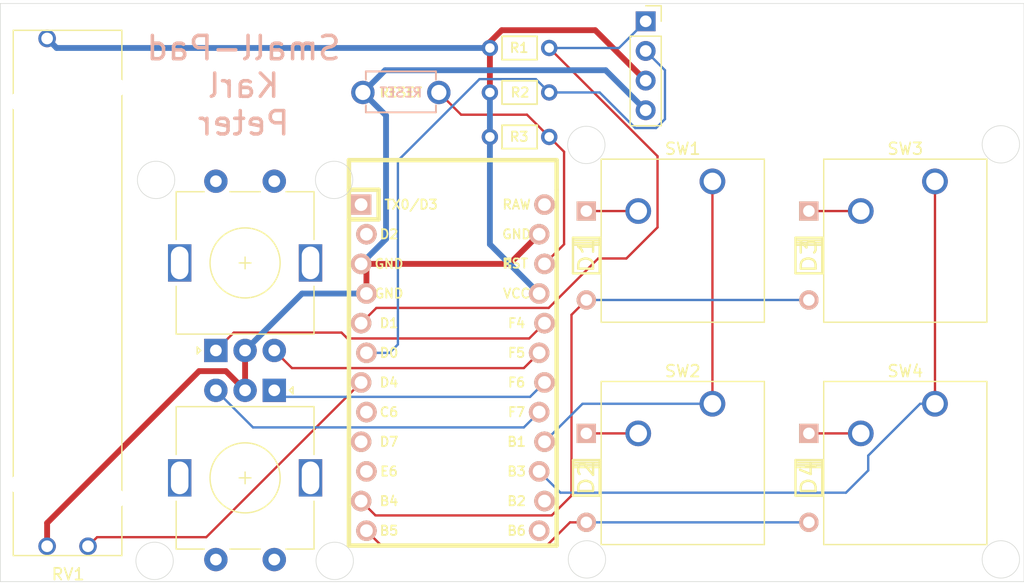
<source format=kicad_pcb>
(kicad_pcb (version 20221018) (generator pcbnew)
  (layers (0 "F.Cu" signal) (31 "B.Cu" signal) (34 "B.Paste" user) (35 "F.Paste" user) (36 "B.SilkS" user "B.Silkscreen") (37 "F.SilkS" user "F.Silkscreen") (38 "B.Mask" user) (39 "F.Mask" user) (44 "Edge.Cuts" user))
  (net 0 "")
  (net 1 "GND")
  (net 2 "Net-(U1-RST)")
  (net 3 "encC")
  (net 4 "encD")
  (net 5 "encE")
  (net 6 "encF")
  (net 7 "VCC")
  (net 8 "SDA")
  (net 9 "SCL")
  (net 10 "rowA")
  (net 11 "Net-(D1-A)")
  (net 12 "rowB")
  (net 13 "Net-(D2-A)")
  (net 14 "Net-(D3-A)")
  (net 15 "Net-(D4-A)")
  (net 16 "encA")
  (net 17 "col1")
  (net 18 "col0")
  (footprint "Library:TACT_SWITCH_TVBP06" (layer "F.Cu") (at 163.83 58.42)
    (fp_text reference "SW7" hide)
    (fp_text value "SW_Omron_B3FS" hide)
    (fp_text user "RESET" (at 0 0) (layer "B.SilkS") (effects (font (size 0.8 0.8)) (justify mirror)))
    (fp_text user "RESET" (at 0 0 -180) (layer "F.SilkS") (effects (font (size 0.8 0.8))))
    (fp_line (start -3 -1.8) (end -3 -1.1) (stroke (width 0.15)) (layer "B.SilkS"))
    (fp_line (start -3 -1.8) (end 2.9 -1.8) (stroke (width 0.15)) (layer "B.SilkS"))
    (fp_line (start -3 -1.8) (end 3 -1.8) (stroke (width 0.15)) (layer "B.SilkS"))
    (fp_line (start -3 1.7) (end -3 1.1) (stroke (width 0.15)) (layer "B.SilkS"))
    (fp_line (start 3 -1.8) (end 3 -1.1) (stroke (width 0.15)) (layer "B.SilkS"))
    (fp_line (start 3 1.7) (end -3 1.7) (stroke (width 0.15)) (layer "B.SilkS"))
    (fp_line (start 3 1.7) (end 3 1.1) (stroke (width 0.15)) (layer "B.SilkS"))
    (fp_line (start -3 -1.8) (end -3 -1.1) (stroke (width 0.15)) (layer "F.SilkS"))
    (fp_line (start -3 1.7) (end -3 1.1) (stroke (width 0.15)) (layer "F.SilkS"))
    (fp_line (start -3 1.7) (end 3 1.7) (stroke (width 0.15)) (layer "F.SilkS"))
    (fp_line (start 3 -1.8) (end -3 -1.8) (stroke (width 0.15)) (layer "F.SilkS"))
    (fp_line (start 3 -1.8) (end 3 -1.1) (stroke (width 0.15)) (layer "F.SilkS"))
    (fp_line (start 3 1.7) (end 3 1.1) (stroke (width 0.15)) (layer "F.SilkS"))
    (pad "1" thru_hole circle (at -3.25 0) (size 2 2) (drill 1.3) (layers "*.Cu" "*.Mask") (net 1 "GND"))
    (pad "2" thru_hole circle (at 3.25 0) (size 2 2) (drill 1.3) (layers "*.Cu" "*.Mask") (net 2 "Net-(U1-RST)"))
  )
  (footprint "Library:RESISTOR" (layer "F.Cu") (at 173.99 58.42 180)
    (fp_text reference "R2" (at -0.039272 0) (layer "F.SilkS") (effects (font (size 0.8128 0.8128))))
    (fp_text value "R_US" hide)
    (fp_line (start -1.50114 -1.00076) (end -1.50114 1.00076) (stroke (width 0.15)) (layer "F.SilkS"))
    (fp_line (start -1.50114 1.00076) (end 1.50114 1.00076) (stroke (width 0.15)) (layer "F.SilkS"))
    (fp_line (start 1.50114 -1.00076) (end -1.50114 -1.00076) (stroke (width 0.15)) (layer "F.SilkS"))
    (fp_line (start 1.50114 1.00076) (end 1.50114 -1.00076) (stroke (width 0.15)) (layer "F.SilkS"))
    (pad "1" thru_hole circle (at -2.54 0 180) (size 1.397 1.397) (drill 0.8128) (layers "*.Cu" "*.Mask") (net 9 "SCL"))
    (pad "2" thru_hole circle (at 2.54 0 180) (size 1.397 1.397) (drill 0.8128) (layers "*.Cu" "*.Mask") (net 7 "VCC"))
  )
  (footprint "Library:ArduinoProMicro-ZigZag" (layer "F.Cu") (at 168.275 81.99675 -90)
    (fp_text reference "U1" hide)
    (fp_text value "ProMicro" hide)
    (fp_text user "D0" (at -1.27 5.461) (layer "F.SilkS") (effects (font (size 0.8 0.8))))
    (fp_text user "E6" (at 8.89 5.461) (layer "F.SilkS") (effects (font (size 0.8 0.8))))
    (fp_text user "C6" (at 3.81 5.461) (layer "F.SilkS") (effects (font (size 0.8 0.8))))
    (fp_text user "B2" (at 11.43 -5.461) (layer "F.SilkS") (effects (font (size 0.8 0.8))))
    (fp_text user "ST" (at -8.92 -5.73312) (layer "F.SilkS") (effects (font (size 0.8 0.8))))
    (fp_text user "D2" (at -11.43 5.461) (layer "F.SilkS") (effects (font (size 0.8 0.8))))
    (fp_text user "D1" (at -3.81 5.461) (layer "F.SilkS") (effects (font (size 0.8 0.8))))
    (fp_text user "VCC" (at -6.35 -5.461) (layer "F.SilkS") (effects (font (size 0.8 0.8))))
    (fp_text user "D7" (at 6.35 5.461) (layer "F.SilkS") (effects (font (size 0.8 0.8))))
    (fp_text user "F7" (at 3.81 -5.461) (layer "F.SilkS") (effects (font (size 0.8 0.8))))
    (fp_text user "B6" (at 13.97 -5.461) (layer "F.SilkS") (effects (font (size 0.8 0.8))))
    (fp_text user "RAW" (at -13.97 -5.461) (layer "F.SilkS") (effects (font (size 0.8 0.8))))
    (fp_text user "B1" (at 6.35 -5.461) (layer "F.SilkS") (effects (font (size 0.8 0.8))))
    (fp_text user "GND" (at -11.43 -5.461) (layer "F.SilkS") (effects (font (size 0.8 0.8))))
    (fp_text user "B3" (at 8.89 -5.461) (layer "F.SilkS") (effects (font (size 0.8 0.8))))
    (fp_text user "F4" (at -3.81 -5.461) (layer "F.SilkS") (effects (font (size 0.8 0.8))))
    (fp_text user "B5" (at 13.97 5.461) (layer "F.SilkS") (effects (font (size 0.8 0.8))))
    (fp_text user "D4" (at 1.27 5.461) (layer "F.SilkS") (effects (font (size 0.8 0.8))))
    (fp_text user "B4" (at 11.43 5.461) (layer "F.SilkS") (effects (font (size 0.8 0.8))))
    (fp_text user "GND" (at -6.35 5.461) (layer "F.SilkS") (effects (font (size 0.8 0.8))))
    (fp_text user "F6" (at 1.27 -5.461) (layer "F.SilkS") (effects (font (size 0.8 0.8))))
    (fp_text user "GND" (at -8.89 5.461) (layer "F.SilkS") (effects (font (size 0.8 0.8))))
    (fp_text user "TX0/D3" (at -13.97 3.571872) (layer "F.SilkS") (effects (font (size 0.8 0.8))))
    (fp_text user "F5" (at -1.27 -5.461) (layer "F.SilkS") (effects (font (size 0.8 0.8))))
    (fp_line (start -17.78 -8.89) (end -17.78 8.89) (stroke (width 0.381)) (layer "F.SilkS"))
    (fp_line (start -17.78 8.89) (end -15.24 8.89) (stroke (width 0.381)) (layer "F.SilkS"))
    (fp_line (start -15.24 -8.89) (end -17.78 -8.89) (stroke (width 0.381)) (layer "F.SilkS"))
    (fp_line (start -15.24 6.35) (end -15.24 8.89) (stroke (width 0.381)) (layer "F.SilkS"))
    (fp_line (start -15.24 6.35) (end -12.7 6.35) (stroke (width 0.381)) (layer "F.SilkS"))
    (fp_line (start -15.24 8.89) (end 15.24 8.89) (stroke (width 0.381)) (layer "F.SilkS"))
    (fp_line (start -12.7 6.35) (end -12.7 8.89) (stroke (width 0.381)) (layer "F.SilkS"))
    (fp_line (start 15.24 -8.89) (end -15.24 -8.89) (stroke (width 0.381)) (layer "F.SilkS"))
    (fp_line (start 15.24 8.89) (end 15.24 -8.89) (stroke (width 0.381)) (layer "F.SilkS"))
    (fp_poly (pts (xy -9.36064 -4.931568) (xy -9.26064 -4.931568) (xy -9.26064 -4.431568) (xy -9.36064 -4.431568)) (stroke (width 0.15)) (fill solid) (layer "F.SilkS"))
    (fp_poly (pts (xy -9.36064 -4.931568) (xy -9.06064 -4.931568) (xy -9.06064 -4.831568) (xy -9.36064 -4.831568)) (stroke (width 0.15)) (fill solid) (layer "F.SilkS"))
    (fp_poly (pts (xy -9.36064 -4.531568) (xy -8.56064 -4.531568) (xy -8.56064 -4.431568) (xy -9.36064 -4.431568)) (stroke (width 0.15)) (fill solid) (layer "F.SilkS"))
    (fp_poly (pts (xy -8.96064 -4.731568) (xy -8.86064 -4.731568) (xy -8.86064 -4.631568) (xy -8.96064 -4.631568)) (stroke (width 0.15)) (fill solid) (layer "F.SilkS"))
    (fp_poly (pts (xy -8.76064 -4.931568) (xy -8.56064 -4.931568) (xy -8.56064 -4.831568) (xy -8.76064 -4.831568)) (stroke (width 0.15)) (fill solid) (layer "F.SilkS"))
    (pad "1" thru_hole rect (at -13.97 7.8486 270) (size 1.7526 1.7526) (drill 1.0922) (layers "*.Cu" "*.SilkS" "*.Mask"))
    (pad "2" thru_hole circle (at -11.43 7.3914 270) (size 1.7526 1.7526) (drill 1.0922) (layers "*.Cu" "*.SilkS" "*.Mask"))
    (pad "3" thru_hole circle (at -8.89 7.8486 270) (size 1.7526 1.7526) (drill 1.0922) (layers "*.Cu" "*.SilkS" "*.Mask") (net 1 "GND"))
    (pad "4" thru_hole circle (at -6.35 7.3914 270) (size 1.7526 1.7526) (drill 1.0922) (layers "*.Cu" "*.SilkS" "*.Mask") (net 1 "GND"))
    (pad "5" thru_hole circle (at -3.81 7.8486 270) (size 1.7526 1.7526) (drill 1.0922) (layers "*.Cu" "*.SilkS" "*.Mask") (net 8 "SDA"))
    (pad "6" thru_hole circle (at -1.27 7.3914 270) (size 1.7526 1.7526) (drill 1.0922) (layers "*.Cu" "*.SilkS" "*.Mask") (net 9 "SCL"))
    (pad "7" thru_hole circle (at 1.27 7.8486 270) (size 1.7526 1.7526) (drill 1.0922) (layers "*.Cu" "*.SilkS" "*.Mask") (net 16 "encA"))
    (pad "8" thru_hole circle (at 3.81 7.3914 270) (size 1.7526 1.7526) (drill 1.0922) (layers "*.Cu" "*.SilkS" "*.Mask"))
    (pad "9" thru_hole circle (at 6.35 7.8486 270) (size 1.7526 1.7526) (drill 1.0922) (layers "*.Cu" "*.SilkS" "*.Mask"))
    (pad "10" thru_hole circle (at 8.89 7.3914 270) (size 1.7526 1.7526) (drill 1.0922) (layers "*.Cu" "*.SilkS" "*.Mask"))
    (pad "11" thru_hole circle (at 11.43 7.8486 270) (size 1.7526 1.7526) (drill 1.0922) (layers "*.Cu" "*.SilkS" "*.Mask") (net 10 "rowA"))
    (pad "12" thru_hole circle (at 13.97 7.3914 270) (size 1.7526 1.7526) (drill 1.0922) (layers "*.Cu" "*.SilkS" "*.Mask") (net 12 "rowB"))
    (pad "13" thru_hole circle (at 13.97 -7.3914 270) (size 1.7526 1.7526) (drill 1.0922) (layers "*.Cu" "*.SilkS" "*.Mask"))
    (pad "14" thru_hole circle (at 11.43 -7.8486 270) (size 1.7526 1.7526) (drill 1.0922) (layers "*.Cu" "*.SilkS" "*.Mask"))
    (pad "15" thru_hole circle (at 8.89 -7.3914 270) (size 1.7526 1.7526) (drill 1.0922) (layers "*.Cu" "*.SilkS" "*.Mask") (net 17 "col1"))
    (pad "16" thru_hole circle (at 6.35 -7.8486 270) (size 1.7526 1.7526) (drill 1.0922) (layers "*.Cu" "*.SilkS" "*.Mask") (net 18 "col0"))
    (pad "17" thru_hole circle (at 3.81 -7.3914 270) (size 1.7526 1.7526) (drill 1.0922) (layers "*.Cu" "*.SilkS" "*.Mask") (net 6 "encF"))
    (pad "18" thru_hole circle (at 1.27 -7.8486 270) (size 1.7526 1.7526) (drill 1.0922) (layers "*.Cu" "*.SilkS" "*.Mask") (net 5 "encE"))
    (pad "19" thru_hole circle (at -1.27 -7.3914 270) (size 1.7526 1.7526) (drill 1.0922) (layers "*.Cu" "*.SilkS" "*.Mask") (net 4 "encD"))
    (pad "20" thru_hole circle (at -3.81 -7.8486 270) (size 1.7526 1.7526) (drill 1.0922) (layers "*.Cu" "*.SilkS" "*.Mask") (net 3 "encC"))
    (pad "21" thru_hole circle (at -6.35 -7.3914 270) (size 1.7526 1.7526) (drill 1.0922) (layers "*.Cu" "*.SilkS" "*.Mask") (net 7 "VCC"))
    (pad "22" thru_hole circle (at -8.89 -7.8486 270) (size 1.7526 1.7526) (drill 1.0922) (layers "*.Cu" "*.SilkS" "*.Mask") (net 2 "Net-(U1-RST)"))
    (pad "23" thru_hole circle (at -11.43 -7.3914 270) (size 1.7526 1.7526) (drill 1.0922) (layers "*.Cu" "*.SilkS" "*.Mask") (net 1 "GND"))
    (pad "24" thru_hole circle (at -13.97 -7.8486 270) (size 1.7526 1.7526) (drill 1.0922) (layers "*.Cu" "*.SilkS" "*.Mask"))
  )
  (footprint "Library:RESISTOR" (layer "F.Cu") (at 173.99 54.61)
    (fp_text reference "R1" (at -0.039272 -0.011965) (layer "F.SilkS") (effects (font (size 0.8128 0.8128))))
    (fp_text value "R_US" hide)
    (fp_line (start -1.50114 -1.00076) (end -1.50114 1.00076) (stroke (width 0.15)) (layer "F.SilkS"))
    (fp_line (start -1.50114 1.00076) (end 1.50114 1.00076) (stroke (width 0.15)) (layer "F.SilkS"))
    (fp_line (start 1.50114 -1.00076) (end -1.50114 -1.00076) (stroke (width 0.15)) (layer "F.SilkS"))
    (fp_line (start 1.50114 1.00076) (end 1.50114 -1.00076) (stroke (width 0.15)) (layer "F.SilkS"))
    (pad "1" thru_hole circle (at -2.54 0) (size 1.397 1.397) (drill 0.8128) (layers "*.Cu" "*.Mask") (net 7 "VCC"))
    (pad "2" thru_hole circle (at 2.54 0) (size 1.397 1.397) (drill 0.8128) (layers "*.Cu" "*.Mask") (net 8 "SDA"))
  )
  (footprint "Library:Diode" (layer "F.Cu") (at 198.755 91.44 90)
    (fp_text reference "D4" (at 0 0 90) (layer "F.SilkS") (effects (font (size 1.27 1.524) (thickness 0.2032))))
    (fp_text value "D_Small" hide)
    (fp_line (start -1.524 -1.143) (end 1.524 -1.143) (stroke (width 0.2032)) (layer "F.SilkS"))
    (fp_line (start -1.524 1.143) (end -1.524 -1.143) (stroke (width 0.2032)) (layer "F.SilkS"))
    (fp_line (start 0.9 1.1) (end 0.9 -1.1) (stroke (width 0.15)) (layer "F.SilkS"))
    (fp_line (start 1.1 -1.1) (end 1.1 1.1) (stroke (width 0.15)) (layer "F.SilkS"))
    (fp_line (start 1.3 -1.1) (end 1.3 -1) (stroke (width 0.15)) (layer "F.SilkS"))
    (fp_line (start 1.3 -1) (end 1.3 -1.1) (stroke (width 0.15)) (layer "F.SilkS"))
    (fp_line (start 1.3 1.1) (end 1.3 -1) (stroke (width 0.15)) (layer "F.SilkS"))
    (fp_line (start 1.524 -1.143) (end 1.524 1.143) (stroke (width 0.2032)) (layer "F.SilkS"))
    (fp_line (start 1.524 1.143) (end -1.524 1.143) (stroke (width 0.2032)) (layer "F.SilkS"))
    (pad "1" thru_hole circle (at -3.81 0 90) (size 1.651 1.651) (drill 0.9906) (layers "*.Cu" "*.SilkS" "*.Mask") (net 12 "rowB"))
    (pad "2" thru_hole rect (at 3.81 0 90) (size 1.651 1.651) (drill 0.9906) (layers "*.Cu" "*.SilkS" "*.Mask") (net 15 "Net-(D4-A)"))
  )
  (footprint "Library:Diode" (layer "F.Cu") (at 179.705 72.39 90)
    (fp_text reference "D1" (at 0 0 90) (layer "F.SilkS") (effects (font (size 1.27 1.524) (thickness 0.2032))))
    (fp_text value "D_Small" hide)
    (fp_line (start -1.524 -1.143) (end 1.524 -1.143) (stroke (width 0.2032)) (layer "F.SilkS"))
    (fp_line (start -1.524 1.143) (end -1.524 -1.143) (stroke (width 0.2032)) (layer "F.SilkS"))
    (fp_line (start 0.9 1.1) (end 0.9 -1.1) (stroke (width 0.15)) (layer "F.SilkS"))
    (fp_line (start 1.1 -1.1) (end 1.1 1.1) (stroke (width 0.15)) (layer "F.SilkS"))
    (fp_line (start 1.3 -1.1) (end 1.3 -1) (stroke (width 0.15)) (layer "F.SilkS"))
    (fp_line (start 1.3 -1) (end 1.3 -1.1) (stroke (width 0.15)) (layer "F.SilkS"))
    (fp_line (start 1.3 1.1) (end 1.3 -1) (stroke (width 0.15)) (layer "F.SilkS"))
    (fp_line (start 1.524 -1.143) (end 1.524 1.143) (stroke (width 0.2032)) (layer "F.SilkS"))
    (fp_line (start 1.524 1.143) (end -1.524 1.143) (stroke (width 0.2032)) (layer "F.SilkS"))
    (pad "1" thru_hole circle (at -3.81 0 90) (size 1.651 1.651) (drill 0.9906) (layers "*.Cu" "*.SilkS" "*.Mask") (net 10 "rowA"))
    (pad "2" thru_hole rect (at 3.81 0 90) (size 1.651 1.651) (drill 0.9906) (layers "*.Cu" "*.SilkS" "*.Mask") (net 11 "Net-(D1-A)"))
  )
  (footprint "Button_Switch_Keyboard:SW_Cherry_MX_1.00u_PCB" (layer "F.Cu") (at 190.5 85.09)
    (fp_text reference "SW2" (at -2.54 -2.794) (layer "F.SilkS"))
    (fp_text value "KEYSW")
    (fp_line (start -9.525 -1.905) (end 4.445 -1.905) (stroke (width 0.12)) (layer "F.SilkS"))
    (fp_line (start -9.525 12.065) (end -9.525 -1.905) (stroke (width 0.12)) (layer "F.SilkS"))
    (fp_line (start 4.445 -1.905) (end 4.445 12.065) (stroke (width 0.12)) (layer "F.SilkS"))
    (fp_line (start 4.445 12.065) (end -9.525 12.065) (stroke (width 0.12)) (layer "F.SilkS"))
    (pad "" np_thru_hole circle (at -7.62 5.08) (size 1.7 1.7) (drill 1.7) (layers "*.Cu" "*.Mask"))
    (pad "" np_thru_hole circle (at -2.54 5.08) (size 4 4) (drill 4) (layers "*.Cu" "*.Mask"))
    (pad "" np_thru_hole circle (at 2.54 5.08) (size 1.7 1.7) (drill 1.7) (layers "*.Cu" "*.Mask"))
    (pad "1" thru_hole circle (at 0 0) (size 2.2 2.2) (drill 1.5) (layers "*.Cu" "*.Mask") (net 18 "col0"))
    (pad "2" thru_hole circle (at -6.35 2.54) (size 2.2 2.2) (drill 1.5) (layers "*.Cu" "*.Mask") (net 13 "Net-(D2-A)"))
  )
  (footprint "Library:RotaryEncoder_EC11" (layer "F.Cu") (at 150.495 91.44 -90)
    (fp_text reference "Rot3")
    (fp_text value "RotaryEncoder")
    (fp_line (start -7.8 -4.1) (end -7.2 -4.1) (stroke (width 0.12)) (layer "F.SilkS"))
    (fp_line (start -7.5 -3.8) (end -7.8 -4.1) (stroke (width 0.12)) (layer "F.SilkS"))
    (fp_line (start -7.2 -4.1) (end -7.5 -3.8) (stroke (width 0.12)) (layer "F.SilkS"))
    (fp_line (start -6.1 -5.9) (end -6.1 5.9) (stroke (width 0.12)) (layer "F.SilkS"))
    (fp_line (start -2 -5.9) (end -6.1 -5.9) (stroke (width 0.12)) (layer "F.SilkS"))
    (fp_line (start -2 5.9) (end -6.1 5.9) (stroke (width 0.12)) (layer "F.SilkS"))
    (fp_line (start -0.5 0) (end 0.5 0) (stroke (width 0.12)) (layer "F.SilkS"))
    (fp_line (start 0 -0.5) (end 0 0.5) (stroke (width 0.12)) (layer "F.SilkS"))
    (fp_line (start 2 -5.9) (end 6.1 -5.9) (stroke (width 0.12)) (layer "F.SilkS"))
    (fp_line (start 6.1 -5.9) (end 6.1 -3.5) (stroke (width 0.12)) (layer "F.SilkS"))
    (fp_line (start 6.1 -1.3) (end 6.1 1.3) (stroke (width 0.12)) (layer "F.SilkS"))
    (fp_line (start 6.1 3.5) (end 6.1 5.9) (stroke (width 0.12)) (layer "F.SilkS"))
    (fp_line (start 6.1 5.9) (end 2 5.9) (stroke (width 0.12)) (layer "F.SilkS"))
    (fp_circle (center 0 0) (end 3 0) (stroke (width 0.12)) (fill none) (layer "F.SilkS"))
    (pad "" np_thru_hole rect (at 0 -5.6 270) (size 3.2 2) (drill oval 2.8 1.5) (layers "*.Cu" "*.Mask"))
    (pad "" np_thru_hole rect (at 0 5.6 270) (size 3.2 2) (drill oval 2.8 1.5) (layers "*.Cu" "*.Mask"))
    (pad "A" thru_hole rect (at -7.5 -2.5 270) (size 2 2) (drill 1) (layers "*.Cu" "*.Mask") (net 5 "encE"))
    (pad "B" thru_hole circle (at -7.5 2.5 270) (size 2 2) (drill 1) (layers "*.Cu" "*.Mask") (net 6 "encF"))
    (pad "C" thru_hole circle (at -7.5 0 270) (size 2 2) (drill 1) (layers "*.Cu" "*.Mask") (net 1 "GND"))
    (pad "S1" thru_hole circle (at 7 2.5 270) (size 2 2) (drill 1) (layers "*.Cu" "*.Mask"))
    (pad "S2" thru_hole circle (at 7 -2.5 270) (size 2 2) (drill 1) (layers "*.Cu" "*.Mask"))
  )
  (footprint "Button_Switch_Keyboard:SW_Cherry_MX_1.00u_PCB" (layer "F.Cu") (at 209.55 85.09)
    (fp_text reference "SW4" (at -2.54 -2.794) (layer "F.SilkS"))
    (fp_text value "KEYSW")
    (fp_line (start -9.525 -1.905) (end 4.445 -1.905) (stroke (width 0.12)) (layer "F.SilkS"))
    (fp_line (start -9.525 12.065) (end -9.525 -1.905) (stroke (width 0.12)) (layer "F.SilkS"))
    (fp_line (start 4.445 -1.905) (end 4.445 12.065) (stroke (width 0.12)) (layer "F.SilkS"))
    (fp_line (start 4.445 12.065) (end -9.525 12.065) (stroke (width 0.12)) (layer "F.SilkS"))
    (pad "" np_thru_hole circle (at -7.62 5.08) (size 1.7 1.7) (drill 1.7) (layers "*.Cu" "*.Mask"))
    (pad "" np_thru_hole circle (at -2.54 5.08) (size 4 4) (drill 4) (layers "*.Cu" "*.Mask"))
    (pad "" np_thru_hole circle (at 2.54 5.08) (size 1.7 1.7) (drill 1.7) (layers "*.Cu" "*.Mask"))
    (pad "1" thru_hole circle (at 0 0) (size 2.2 2.2) (drill 1.5) (layers "*.Cu" "*.Mask") (net 17 "col1"))
    (pad "2" thru_hole circle (at -6.35 2.54) (size 2.2 2.2) (drill 1.5) (layers "*.Cu" "*.Mask") (net 15 "Net-(D4-A)"))
  )
  (footprint "Library:RESISTOR" (layer "F.Cu") (at 173.99 62.23)
    (fp_text reference "R3" (at -0.039272 -0.011965) (layer "F.SilkS") (effects (font (size 0.8128 0.8128))))
    (fp_text value "R_US" hide)
    (fp_line (start -1.50114 -1.00076) (end -1.50114 1.00076) (stroke (width 0.15)) (layer "F.SilkS"))
    (fp_line (start -1.50114 1.00076) (end 1.50114 1.00076) (stroke (width 0.15)) (layer "F.SilkS"))
    (fp_line (start 1.50114 -1.00076) (end -1.50114 -1.00076) (stroke (width 0.15)) (layer "F.SilkS"))
    (fp_line (start 1.50114 1.00076) (end 1.50114 -1.00076) (stroke (width 0.15)) (layer "F.SilkS"))
    (pad "1" thru_hole circle (at -2.54 0) (size 1.397 1.397) (drill 0.8128) (layers "*.Cu" "*.Mask") (net 7 "VCC"))
    (pad "2" thru_hole circle (at 2.54 0) (size 1.397 1.397) (drill 0.8128) (layers "*.Cu" "*.Mask") (net 2 "Net-(U1-RST)"))
  )
  (footprint "Library:potentiometer_slider_45mm" (layer "F.Cu") (at 142.248 98.097 90)
    (fp_text reference "RV1" (at -1.598 -6.9) (layer "F.SilkS"))
    (fp_text value "R_Potentiometer")
    (fp_line (start 0 -11.6) (end 45 -11.6) (stroke (width 0.12)) (layer "F.SilkS"))
    (fp_line (start 0 -2.3) (end 0 -11.6) (stroke (width 0.12)) (layer "F.SilkS"))
    (fp_line (start 45 -11.6) (end 45 -2.3) (stroke (width 0.12)) (layer "F.SilkS"))
    (fp_line (start 45 -2.3) (end 0 -2.3) (stroke (width 0.12)) (layer "F.SilkS"))
    (pad "" np_thru_hole circle (at 4.9 -2.7 90) (size 1.5 1.5) (drill 1.5) (layers "*.Cu" "*.Mask"))
    (pad "" np_thru_hole circle (at 6.1 -11.2 90) (size 1.5 1.5) (drill 1.5) (layers "*.Cu" "*.Mask"))
    (pad "" np_thru_hole circle (at 38.9 -11.2 90) (size 1.5 1.5) (drill 1.5) (layers "*.Cu" "*.Mask"))
    (pad "" np_thru_hole circle (at 40.1 -2.7 90) (size 1.5 1.5) (drill 1.5) (layers "*.Cu" "*.Mask"))
    (pad "1" thru_hole circle (at 0.8 -8.7 90) (size 1.5 1.5) (drill 1) (layers "*.Cu" "*.Mask") (net 1 "GND"))
    (pad "2" thru_hole circle (at 0.8 -5.2 90) (size 1.5 1.5) (drill 1) (layers "*.Cu" "*.Mask") (net 16 "encA"))
    (pad "3" thru_hole circle (at 44.3 -8.7 90) (size 1.5 1.5) (drill 1) (layers "*.Cu" "*.Mask") (net 7 "VCC"))
  )
  (footprint "Library:Diode" (layer "F.Cu") (at 198.755 72.39 90)
    (fp_text reference "D3" (at 0 0 90) (layer "F.SilkS") (effects (font (size 1.27 1.524) (thickness 0.2032))))
    (fp_text value "D_Small" hide)
    (fp_line (start -1.524 -1.143) (end 1.524 -1.143) (stroke (width 0.2032)) (layer "F.SilkS"))
    (fp_line (start -1.524 1.143) (end -1.524 -1.143) (stroke (width 0.2032)) (layer "F.SilkS"))
    (fp_line (start 0.9 1.1) (end 0.9 -1.1) (stroke (width 0.15)) (layer "F.SilkS"))
    (fp_line (start 1.1 -1.1) (end 1.1 1.1) (stroke (width 0.15)) (layer "F.SilkS"))
    (fp_line (start 1.3 -1.1) (end 1.3 -1) (stroke (width 0.15)) (layer "F.SilkS"))
    (fp_line (start 1.3 -1) (end 1.3 -1.1) (stroke (width 0.15)) (layer "F.SilkS"))
    (fp_line (start 1.3 1.1) (end 1.3 -1) (stroke (width 0.15)) (layer "F.SilkS"))
    (fp_line (start 1.524 -1.143) (end 1.524 1.143) (stroke (width 0.2032)) (layer "F.SilkS"))
    (fp_line (start 1.524 1.143) (end -1.524 1.143) (stroke (width 0.2032)) (layer "F.SilkS"))
    (pad "1" thru_hole circle (at -3.81 0 90) (size 1.651 1.651) (drill 0.9906) (layers "*.Cu" "*.SilkS" "*.Mask") (net 10 "rowA"))
    (pad "2" thru_hole rect (at 3.81 0 90) (size 1.651 1.651) (drill 0.9906) (layers "*.Cu" "*.SilkS" "*.Mask") (net 14 "Net-(D3-A)"))
  )
  (footprint "Button_Switch_Keyboard:SW_Cherry_MX_1.00u_PCB" (layer "F.Cu") (at 209.55 66.04)
    (fp_text reference "SW3" (at -2.54 -2.794) (layer "F.SilkS"))
    (fp_text value "KEYSW")
    (fp_line (start -9.525 -1.905) (end 4.445 -1.905) (stroke (width 0.12)) (layer "F.SilkS"))
    (fp_line (start -9.525 12.065) (end -9.525 -1.905) (stroke (width 0.12)) (layer "F.SilkS"))
    (fp_line (start 4.445 -1.905) (end 4.445 12.065) (stroke (width 0.12)) (layer "F.SilkS"))
    (fp_line (start 4.445 12.065) (end -9.525 12.065) (stroke (width 0.12)) (layer "F.SilkS"))
    (pad "" np_thru_hole circle (at -7.62 5.08) (size 1.7 1.7) (drill 1.7) (layers "*.Cu" "*.Mask"))
    (pad "" np_thru_hole circle (at -2.54 5.08) (size 4 4) (drill 4) (layers "*.Cu" "*.Mask"))
    (pad "" np_thru_hole circle (at 2.54 5.08) (size 1.7 1.7) (drill 1.7) (layers "*.Cu" "*.Mask"))
    (pad "1" thru_hole circle (at 0 0) (size 2.2 2.2) (drill 1.5) (layers "*.Cu" "*.Mask") (net 17 "col1"))
    (pad "2" thru_hole circle (at -6.35 2.54) (size 2.2 2.2) (drill 1.5) (layers "*.Cu" "*.Mask") (net 14 "Net-(D3-A)"))
  )
  (footprint "Library:RotaryEncoder_EC11" (layer "F.Cu") (at 150.495 73.025 90)
    (fp_text reference "Rot2")
    (fp_text value "RotaryEncoder")
    (fp_line (start -7.8 -4.1) (end -7.2 -4.1) (stroke (width 0.12)) (layer "F.SilkS"))
    (fp_line (start -7.5 -3.8) (end -7.8 -4.1) (stroke (width 0.12)) (layer "F.SilkS"))
    (fp_line (start -7.2 -4.1) (end -7.5 -3.8) (stroke (width 0.12)) (layer "F.SilkS"))
    (fp_line (start -6.1 -5.9) (end -6.1 5.9) (stroke (width 0.12)) (layer "F.SilkS"))
    (fp_line (start -2 -5.9) (end -6.1 -5.9) (stroke (width 0.12)) (layer "F.SilkS"))
    (fp_line (start -2 5.9) (end -6.1 5.9) (stroke (width 0.12)) (layer "F.SilkS"))
    (fp_line (start -0.5 0) (end 0.5 0) (stroke (width 0.12)) (layer "F.SilkS"))
    (fp_line (start 0 -0.5) (end 0 0.5) (stroke (width 0.12)) (layer "F.SilkS"))
    (fp_line (start 2 -5.9) (end 6.1 -5.9) (stroke (width 0.12)) (layer "F.SilkS"))
    (fp_line (start 6.1 -5.9) (end 6.1 -3.5) (stroke (width 0.12)) (layer "F.SilkS"))
    (fp_line (start 6.1 -1.3) (end 6.1 1.3) (stroke (width 0.12)) (layer "F.SilkS"))
    (fp_line (start 6.1 3.5) (end 6.1 5.9) (stroke (width 0.12)) (layer "F.SilkS"))
    (fp_line (start 6.1 5.9) (end 2 5.9) (stroke (width 0.12)) (layer "F.SilkS"))
    (fp_circle (center 0 0) (end 3 0) (stroke (width 0.12)) (fill none) (layer "F.SilkS"))
    (pad "" np_thru_hole rect (at 0 -5.6 90) (size 3.2 2) (drill oval 2.8 1.5) (layers "*.Cu" "*.Mask"))
    (pad "" np_thru_hole rect (at 0 5.6 90) (size 3.2 2) (drill oval 2.8 1.5) (layers "*.Cu" "*.Mask"))
    (pad "A" thru_hole rect (at -7.5 -2.5 90) (size 2 2) (drill 1) (layers "*.Cu" "*.Mask") (net 3 "encC"))
    (pad "B" thru_hole circle (at -7.5 2.5 90) (size 2 2) (drill 1) (layers "*.Cu" "*.Mask") (net 4 "encD"))
    (pad "C" thru_hole circle (at -7.5 0 90) (size 2 2) (drill 1) (layers "*.Cu" "*.Mask") (net 1 "GND"))
    (pad "S1" thru_hole circle (at 7 2.5 90) (size 2 2) (drill 1) (layers "*.Cu" "*.Mask"))
    (pad "S2" thru_hole circle (at 7 -2.5 90) (size 2 2) (drill 1) (layers "*.Cu" "*.Mask"))
  )
  (footprint "Button_Switch_Keyboard:SW_Cherry_MX_1.00u_PCB" (layer "F.Cu") (at 190.5 66.04)
    (fp_text reference "SW1" (at -2.54 -2.794) (layer "F.SilkS"))
    (fp_text value "KEYSW")
    (fp_line (start -9.525 -1.905) (end 4.445 -1.905) (stroke (width 0.12)) (layer "F.SilkS"))
    (fp_line (start -9.525 12.065) (end -9.525 -1.905) (stroke (width 0.12)) (layer "F.SilkS"))
    (fp_line (start 4.445 -1.905) (end 4.445 12.065) (stroke (width 0.12)) (layer "F.SilkS"))
    (fp_line (start 4.445 12.065) (end -9.525 12.065) (stroke (width 0.12)) (layer "F.SilkS"))
    (pad "" np_thru_hole circle (at -7.62 5.08) (size 1.7 1.7) (drill 1.7) (layers "*.Cu" "*.Mask"))
    (pad "" np_thru_hole circle (at -2.54 5.08) (size 4 4) (drill 4) (layers "*.Cu" "*.Mask"))
    (pad "" np_thru_hole circle (at 2.54 5.08) (size 1.7 1.7) (drill 1.7) (layers "*.Cu" "*.Mask"))
    (pad "1" thru_hole circle (at 0 0) (size 2.2 2.2) (drill 1.5) (layers "*.Cu" "*.Mask") (net 18 "col0"))
    (pad "2" thru_hole circle (at -6.35 2.54) (size 2.2 2.2) (drill 1.5) (layers "*.Cu" "*.Mask") (net 11 "Net-(D1-A)"))
  )
  (footprint "Library:Diode" (layer "F.Cu") (at 179.705 91.44 90)
    (fp_text reference "D2" (at 0 0 90) (layer "F.SilkS") (effects (font (size 1.27 1.524) (thickness 0.2032))))
    (fp_text value "D_Small" hide)
    (fp_line (start -1.524 -1.143) (end 1.524 -1.143) (stroke (width 0.2032)) (layer "F.SilkS"))
    (fp_line (start -1.524 1.143) (end -1.524 -1.143) (stroke (width 0.2032)) (layer "F.SilkS"))
    (fp_line (start 0.9 1.1) (end 0.9 -1.1) (stroke (width 0.15)) (layer "F.SilkS"))
    (fp_line (start 1.1 -1.1) (end 1.1 1.1) (stroke (width 0.15)) (layer "F.SilkS"))
    (fp_line (start 1.3 -1.1) (end 1.3 -1) (stroke (width 0.15)) (layer "F.SilkS"))
    (fp_line (start 1.3 -1) (end 1.3 -1.1) (stroke (width 0.15)) (layer "F.SilkS"))
    (fp_line (start 1.3 1.1) (end 1.3 -1) (stroke (width 0.15)) (layer "F.SilkS"))
    (fp_line (start 1.524 -1.143) (end 1.524 1.143) (stroke (width 0.2032)) (layer "F.SilkS"))
    (fp_line (start 1.524 1.143) (end -1.524 1.143) (stroke (width 0.2032)) (layer "F.SilkS"))
    (pad "1" thru_hole circle (at -3.81 0 90) (size 1.651 1.651) (drill 0.9906) (layers "*.Cu" "*.SilkS" "*.Mask") (net 12 "rowB"))
    (pad "2" thru_hole rect (at 3.81 0 90) (size 1.651 1.651) (drill 0.9906) (layers "*.Cu" "*.SilkS" "*.Mask") (net 13 "Net-(D2-A)"))
  )
  (footprint "Library:PinSocket_1x04_P2.54mm_Vertical" (layer "F.Cu") (at 184.785 52.324)
    (fp_text reference "P1" hide)
    (fp_text value "OLED")
    (fp_line (start -1.33 1.27) (end -1.33 8.95) (stroke (width 0.12)) (layer "F.SilkS"))
    (fp_line (start -1.33 1.27) (end 1.33 1.27) (stroke (width 0.12)) (layer "F.SilkS"))
    (fp_line (start -1.33 8.95) (end 1.33 8.95) (stroke (width 0.12)) (layer "F.SilkS"))
    (fp_line (start 0 -1.33) (end 1.33 -1.33) (stroke (width 0.12)) (layer "F.SilkS"))
    (fp_line (start 1.33 -1.33) (end 1.33 0) (stroke (width 0.12)) (layer "F.SilkS"))
    (fp_line (start 1.33 1.27) (end 1.33 8.95) (stroke (width 0.12)) (layer "F.SilkS"))
    (pad "" thru_hole oval (at 0 5.08) (size 1.7 1.7) (drill 1) (layers "*.Cu" "*.Mask") (net 7 "VCC"))
    (pad "1" thru_hole rect (at 0 0) (size 1.7 1.7) (drill 1) (layers "*.Cu" "*.Mask") (net 8 "SDA"))
    (pad "2" thru_hole oval (at 0 2.54) (size 1.7 1.7) (drill 1) (layers "*.Cu" "*.Mask") (net 9 "SCL"))
    (pad "4" thru_hole oval (at 0 7.62) (size 1.7 1.7) (drill 1) (layers "*.Cu" "*.Mask") (net 1 "GND"))
  )
  (gr_line (start 129.54 100.33) (end 129.54 50.8) (stroke (width 0.05)) (layer "Edge.Cuts"))
  (gr_circle (center 179.705 62.916) (end 181.305 62.916) (stroke (width 0.05)) (fill none) (layer "Edge.Cuts"))
  (gr_circle (center 142.875 65.913) (end 144.475 65.913) (stroke (width 0.05)) (fill none) (layer "Edge.Cuts"))
  (gr_line (start 129.54 50.8) (end 217.17 50.8) (stroke (width 0.05)) (layer "Edge.Cuts"))
  (gr_circle (center 179.756 98.425) (end 181.356 98.425) (stroke (width 0.05)) (fill none) (layer "Edge.Cuts"))
  (gr_circle (center 142.748 98.552) (end 144.348 98.552) (stroke (width 0.05)) (fill none) (layer "Edge.Cuts"))
  (gr_line (start 217.17 50.8) (end 217.17 100.33) (stroke (width 0.05)) (layer "Edge.Cuts"))
  (gr_circle (center 158.115 65.913) (end 159.715 65.913) (stroke (width 0.05)) (fill none) (layer "Edge.Cuts"))
  (gr_line (start 217.17 100.33) (end 129.54 100.33) (stroke (width 0.05)) (layer "Edge.Cuts"))
  (gr_circle (center 215.189 62.865) (end 216.789 62.865) (stroke (width 0.05)) (fill none) (layer "Edge.Cuts"))
  (gr_circle (center 158.166 98.552) (end 159.766 98.552) (stroke (width 0.05)) (fill none) (layer "Edge.Cuts"))
  (gr_circle (center 215.189 98.425) (end 216.789 98.425) (stroke (width 0.05)) (fill none) (layer "Edge.Cuts"))
  (gr_text "Small-Pad\nKarl\nPeter" (at 150.368 62.23) (layer "B.SilkS") (effects (font (size 2 2) (thickness 0.3)) (justify bottom mirror)))
  (segment (start 133.548 95.306) (end 133.548 97.297) (width 0.5) (layer "F.Cu") (net 1))
  (segment (start 173.1264 73.10675) (end 160.4264 73.10675) (width 0.5) (layer "F.Cu") (net 1))
  (segment (start 148.851 82.296) (end 146.558 82.296) (width 0.5) (layer "F.Cu") (net 1))
  (segment (start 150.495 80.525) (end 150.495 83.94) (width 0.5) (layer "F.Cu") (net 1))
  (segment (start 150.495 83.94) (end 148.851 82.296) (width 0.5) (layer "F.Cu") (net 1))
  (segment (start 160.8836 73.56395) (end 160.4264 73.10675) (width 0.5) (layer "F.Cu") (net 1))
  (segment (start 160.8836 75.64675) (end 160.8836 73.56395) (width 0.5) (layer "F.Cu") (net 1))
  (segment (start 146.558 82.296) (end 133.548 95.306) (width 0.5) (layer "F.Cu") (net 1))
  (segment (start 175.6664 70.56675) (end 173.1264 73.10675) (width 0.5) (layer "F.Cu") (net 1))
  (segment (start 162.56 70.97315) (end 162.56 60.4) (width 0.5) (layer "B.Cu") (net 1))
  (segment (start 155.37325 75.64675) (end 150.495 80.525) (width 0.5) (layer "B.Cu") (net 1))
  (segment (start 160.8836 75.64675) (end 155.37325 75.64675) (width 0.5) (layer "B.Cu") (net 1))
  (segment (start 181.356 56.515) (end 184.785 59.944) (width 0.5) (layer "B.Cu") (net 1))
  (segment (start 162.56 60.4) (end 160.58 58.42) (width 0.5) (layer "B.Cu") (net 1))
  (segment (start 160.58 58.42) (end 162.485 56.515) (width 0.5) (layer "B.Cu") (net 1))
  (segment (start 160.4264 73.10675) (end 162.56 70.97315) (width 0.5) (layer "B.Cu") (net 1))
  (segment (start 162.485 56.515) (end 181.356 56.515) (width 0.5) (layer "B.Cu") (net 1))
  (segment (start 177.8 71.43035) (end 176.1236 73.10675) (width 0.2) (layer "F.Cu") (net 2))
  (segment (start 168.985 60.325) (end 167.08 58.42) (width 0.2) (layer "F.Cu") (net 2))
  (segment (start 176.53 62.23) (end 174.625 60.325) (width 0.2) (layer "F.Cu") (net 2))
  (segment (start 176.53 62.23) (end 177.8 63.5) (width 0.2) (layer "F.Cu") (net 2))
  (segment (start 177.8 63.5) (end 177.8 71.43035) (width 0.2) (layer "F.Cu") (net 2))
  (segment (start 174.625 60.325) (end 168.985 60.325) (width 0.2) (layer "F.Cu") (net 2))
  (segment (start 149.526 78.994) (end 158.75 78.994) (width 0.2) (layer "F.Cu") (net 3))
  (segment (start 159.25245 79.49645) (end 174.8139 79.49645) (width 0.2) (layer "F.Cu") (net 3))
  (segment (start 147.995 80.525) (end 149.526 78.994) (width 0.2) (layer "F.Cu") (net 3))
  (segment (start 174.8139 79.49645) (end 176.1236 78.18675) (width 0.2) (layer "F.Cu") (net 3))
  (segment (start 158.75 78.994) (end 159.25245 79.49645) (width 0.2) (layer "F.Cu") (net 3))
  (segment (start 152.995 80.525) (end 154.50645 82.03645) (width 0.2) (layer "F.Cu") (net 4))
  (segment (start 174.3567 82.03645) (end 175.6664 80.72675) (width 0.2) (layer "F.Cu") (net 4))
  (segment (start 154.50645 82.03645) (end 174.3567 82.03645) (width 0.2) (layer "F.Cu") (net 4))
  (segment (start 174.8933 84.49705) (end 176.1236 83.26675) (width 0.2) (layer "B.Cu") (net 5))
  (segment (start 152.995 83.94) (end 153.55205 84.49705) (width 0.2) (layer "B.Cu") (net 5))
  (segment (start 153.55205 84.49705) (end 174.8933 84.49705) (width 0.2) (layer "B.Cu") (net 5))
  (segment (start 151.17145 87.11645) (end 147.995 83.94) (width 0.2) (layer "B.Cu") (net 6))
  (segment (start 175.6664 85.80675) (end 174.3567 87.11645) (width 0.2) (layer "B.Cu") (net 6))
  (segment (start 174.3567 87.11645) (end 151.17145 87.11645) (width 0.2) (layer "B.Cu") (net 6))
  (segment (start 171.45 58.42) (end 171.45 54.61) (width 0.5) (layer "F.Cu") (net 7))
  (segment (start 171.45 54.61) (end 171.45 54.102) (width 0.5) (layer "F.Cu") (net 7))
  (segment (start 172.466 53.086) (end 180.467 53.086) (width 0.5) (layer "F.Cu") (net 7))
  (segment (start 180.467 53.086) (end 184.785 57.404) (width 0.5) (layer "F.Cu") (net 7))
  (segment (start 171.45 54.102) (end 172.466 53.086) (width 0.5) (layer "F.Cu") (net 7))
  (segment (start 171.45 62.23) (end 171.45 58.42) (width 0.5) (layer "B.Cu") (net 7))
  (segment (start 171.45 62.23) (end 171.45 71.43035) (width 0.5) (layer "B.Cu") (net 7))
  (segment (start 134.361 54.61) (end 133.548 53.797) (width 0.5) (layer "B.Cu") (net 7))
  (segment (start 171.45 71.43035) (end 175.6664 75.64675) (width 0.5) (layer "B.Cu") (net 7))
  (segment (start 171.45 54.61) (end 134.361 54.61) (width 0.5) (layer "B.Cu") (net 7))
  (segment (start 185.801 69.977) (end 183.134 72.644) (width 0.2) (layer "F.Cu") (net 8))
  (segment (start 161.7361 76.87705) (end 160.4264 78.18675) (width 0.2) (layer "F.Cu") (net 8))
  (segment (start 183.134 72.644) (end 180.721 72.644) (width 0.2) (layer "F.Cu") (net 8))
  (segment (start 176.48795 76.87705) (end 161.7361 76.87705) (width 0.2) (layer "F.Cu") (net 8))
  (segment (start 180.721 72.644) (end 176.48795 76.87705) (width 0.2) (layer "F.Cu") (net 8))
  (segment (start 176.53 54.61) (end 185.801 63.881) (width 0.2) (layer "F.Cu") (net 8))
  (segment (start 185.801 63.881) (end 185.801 69.977) (width 0.2) (layer "F.Cu") (net 8))
  (segment (start 176.53 54.61) (end 182.499 54.61) (width 0.2) (layer "B.Cu") (net 8))
  (segment (start 182.499 54.61) (end 184.785 52.324) (width 0.2) (layer "B.Cu") (net 8))
  (segment (start 163.576 80.01) (end 162.85925 80.72675) (width 0.2) (layer "B.Cu") (net 9))
  (segment (start 186.436 60.706) (end 186.436 56.515) (width 0.2) (layer "B.Cu") (net 9))
  (segment (start 176.53 58.42) (end 175.387 57.277) (width 0.2) (layer "B.Cu") (net 9))
  (segment (start 170.561 57.277) (end 163.576 64.262) (width 0.2) (layer "B.Cu") (net 9))
  (segment (start 176.53 58.42) (end 180.848 58.42) (width 0.2) (layer "B.Cu") (net 9))
  (segment (start 175.387 57.277) (end 170.561 57.277) (width 0.2) (layer "B.Cu") (net 9))
  (segment (start 185.674 61.468) (end 186.436 60.706) (width 0.2) (layer "B.Cu") (net 9))
  (segment (start 186.436 56.515) (end 184.785 54.864) (width 0.2) (layer "B.Cu") (net 9))
  (segment (start 163.576 64.262) (end 163.576 80.01) (width 0.2) (layer "B.Cu") (net 9))
  (segment (start 162.85925 80.72675) (end 160.8836 80.72675) (width 0.2) (layer "B.Cu") (net 9))
  (segment (start 180.848 58.42) (end 183.896 61.468) (width 0.2) (layer "B.Cu") (net 9))
  (segment (start 183.896 61.468) (end 185.674 61.468) (width 0.2) (layer "B.Cu") (net 9))
  (segment (start 160.4264 93.42675) (end 161.6567 94.65705) (width 0.2) (layer "F.Cu") (net 10))
  (segment (start 178.435 92.964) (end 178.435 77.47) (width 0.2) (layer "F.Cu") (net 10))
  (segment (start 161.6567 94.65705) (end 176.74195 94.65705) (width 0.2) (layer "F.Cu") (net 10))
  (segment (start 178.435 77.47) (end 179.705 76.2) (width 0.2) (layer "F.Cu") (net 10))
  (segment (start 176.74195 94.65705) (end 178.435 92.964) (width 0.2) (layer "F.Cu") (net 10))
  (segment (start 199.39 76.2) (end 179.705 76.2) (width 0.2) (layer "B.Cu") (net 10))
  (segment (start 184.15 68.58) (end 179.705 68.58) (width 0.2) (layer "F.Cu") (net 11))
  (segment (start 160.8836 95.96675) (end 162.19885 97.282) (width 0.2) (layer "F.Cu") (net 12))
  (segment (start 178.308 95.25) (end 179.705 95.25) (width 0.2) (layer "F.Cu") (net 12))
  (segment (start 176.276 97.282) (end 178.308 95.25) (width 0.2) (layer "F.Cu") (net 12))
  (segment (start 162.19885 97.282) (end 176.276 97.282) (width 0.2) (layer "F.Cu") (net 12))
  (segment (start 179.705 95.25) (end 198.755 95.25) (width 0.2) (layer "B.Cu") (net 12))
  (segment (start 184.15 87.63) (end 179.705 87.63) (width 0.2) (layer "F.Cu") (net 13))
  (segment (start 198.755 68.58) (end 203.2 68.58) (width 0.2) (layer "F.Cu") (net 14))
  (segment (start 203.2 87.63) (end 198.755 87.63) (width 0.2) (layer "F.Cu") (net 15))
  (segment (start 137.825 96.52) (end 137.048 97.297) (width 0.2) (layer "F.Cu") (net 16))
  (segment (start 160.4264 83.26675) (end 147.17315 96.52) (width 0.2) (layer "F.Cu") (net 16))
  (segment (start 147.17315 96.52) (end 137.825 96.52) (width 0.2) (layer "F.Cu") (net 16))
  (segment (start 209.55 85.09) (end 209.55 66.04) (width 0.2) (layer "F.Cu") (net 17))
  (segment (start 177.48965 92.71) (end 201.93 92.71) (width 0.2) (layer "B.Cu") (net 17))
  (segment (start 208.28 85.09) (end 209.55 85.09) (width 0.2) (layer "B.Cu") (net 17))
  (segment (start 175.6664 90.88675) (end 177.48965 92.71) (width 0.2) (layer "B.Cu") (net 17))
  (segment (start 203.835 89.535) (end 208.28 85.09) (width 0.2) (layer "B.Cu") (net 17))
  (segment (start 201.93 92.71) (end 203.835 90.805) (width 0.2) (layer "B.Cu") (net 17))
  (segment (start 203.835 90.805) (end 203.835 89.535) (width 0.2) (layer "B.Cu") (net 17))
  (segment (start 190.5 66.04) (end 190.5 85.09) (width 0.2) (layer "F.Cu") (net 18))
  (segment (start 176.1236 88.34675) (end 179.38035 85.09) (width 0.2) (layer "B.Cu") (net 18))
  (segment (start 179.38035 85.09) (end 190.5 85.09) (width 0.2) (layer "B.Cu") (net 18))
)
</source>
